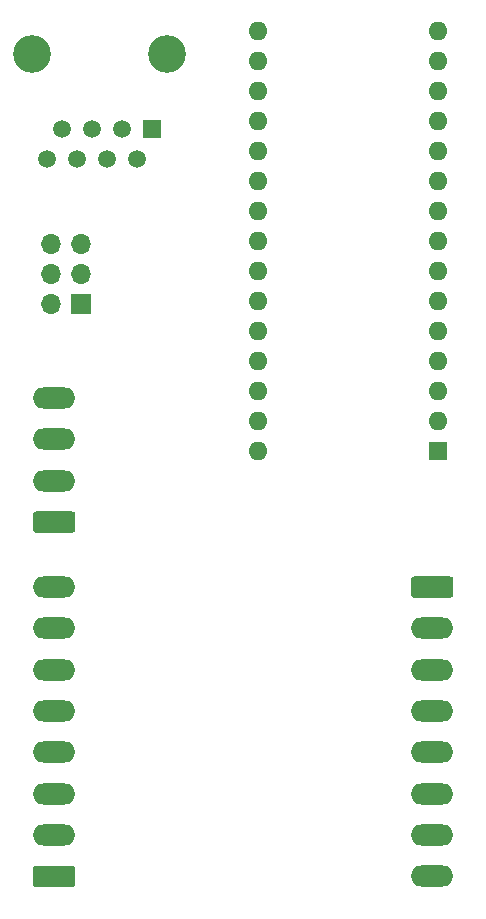
<source format=gbr>
%TF.GenerationSoftware,KiCad,Pcbnew,(5.1.9-0-10_14)*%
%TF.CreationDate,2023-05-28T23:00:20-04:00*%
%TF.ProjectId,LiControl,4c69436f-6e74-4726-9f6c-2e6b69636164,rev?*%
%TF.SameCoordinates,Original*%
%TF.FileFunction,Soldermask,Top*%
%TF.FilePolarity,Negative*%
%FSLAX46Y46*%
G04 Gerber Fmt 4.6, Leading zero omitted, Abs format (unit mm)*
G04 Created by KiCad (PCBNEW (5.1.9-0-10_14)) date 2023-05-28 23:00:20*
%MOMM*%
%LPD*%
G01*
G04 APERTURE LIST*
%ADD10R,1.600000X1.600000*%
%ADD11O,1.600000X1.600000*%
%ADD12C,3.200000*%
%ADD13R,1.500000X1.500000*%
%ADD14C,1.500000*%
%ADD15R,1.700000X1.700000*%
%ADD16O,1.700000X1.700000*%
%ADD17O,3.600000X1.800000*%
G04 APERTURE END LIST*
D10*
%TO.C,A1*%
X122000000Y-108250000D03*
D11*
X106760000Y-75230000D03*
X122000000Y-105710000D03*
X106760000Y-77770000D03*
X122000000Y-103170000D03*
X106760000Y-80310000D03*
X122000000Y-100630000D03*
X106760000Y-82850000D03*
X122000000Y-98090000D03*
X106760000Y-85390000D03*
X122000000Y-95550000D03*
X106760000Y-87930000D03*
X122000000Y-93010000D03*
X106760000Y-90470000D03*
X122000000Y-90470000D03*
X106760000Y-93010000D03*
X122000000Y-87930000D03*
X106760000Y-95550000D03*
X122000000Y-85390000D03*
X106760000Y-98090000D03*
X122000000Y-82850000D03*
X106760000Y-100630000D03*
X122000000Y-80310000D03*
X106760000Y-103170000D03*
X122000000Y-77770000D03*
X106760000Y-105710000D03*
X122000000Y-75230000D03*
X106760000Y-108250000D03*
X122000000Y-72690000D03*
X106760000Y-72690000D03*
%TD*%
D12*
%TO.C,J5*%
X87590000Y-74650000D03*
X99020000Y-74650000D03*
D13*
X97750000Y-81000000D03*
D14*
X96480000Y-83540000D03*
X95210000Y-81000000D03*
X93940000Y-83540000D03*
X92670000Y-81000000D03*
X91400000Y-83540000D03*
X90130000Y-81000000D03*
X88860000Y-83540000D03*
%TD*%
D15*
%TO.C,J6*%
X91750000Y-95750000D03*
D16*
X89210000Y-95750000D03*
X91750000Y-93210000D03*
X89210000Y-93210000D03*
X91750000Y-90670000D03*
X89210000Y-90670000D03*
%TD*%
%TO.C,J1*%
G36*
G01*
X91050000Y-145150000D02*
X87950000Y-145150000D01*
G75*
G02*
X87700000Y-144900000I0J250000D01*
G01*
X87700000Y-143600000D01*
G75*
G02*
X87950000Y-143350000I250000J0D01*
G01*
X91050000Y-143350000D01*
G75*
G02*
X91300000Y-143600000I0J-250000D01*
G01*
X91300000Y-144900000D01*
G75*
G02*
X91050000Y-145150000I-250000J0D01*
G01*
G37*
D17*
X89500000Y-140750000D03*
X89500000Y-137250000D03*
X89500000Y-133750000D03*
X89500000Y-130250000D03*
X89500000Y-126750000D03*
X89500000Y-123250000D03*
X89500000Y-119750000D03*
%TD*%
%TO.C,J4*%
X121500000Y-144250000D03*
X121500000Y-140750000D03*
X121500000Y-137250000D03*
X121500000Y-133750000D03*
X121500000Y-130250000D03*
X121500000Y-126750000D03*
X121500000Y-123250000D03*
G36*
G01*
X119950000Y-118850000D02*
X123050000Y-118850000D01*
G75*
G02*
X123300000Y-119100000I0J-250000D01*
G01*
X123300000Y-120400000D01*
G75*
G02*
X123050000Y-120650000I-250000J0D01*
G01*
X119950000Y-120650000D01*
G75*
G02*
X119700000Y-120400000I0J250000D01*
G01*
X119700000Y-119100000D01*
G75*
G02*
X119950000Y-118850000I250000J0D01*
G01*
G37*
%TD*%
%TO.C,J2*%
G36*
G01*
X91050000Y-115150000D02*
X87950000Y-115150000D01*
G75*
G02*
X87700000Y-114900000I0J250000D01*
G01*
X87700000Y-113600000D01*
G75*
G02*
X87950000Y-113350000I250000J0D01*
G01*
X91050000Y-113350000D01*
G75*
G02*
X91300000Y-113600000I0J-250000D01*
G01*
X91300000Y-114900000D01*
G75*
G02*
X91050000Y-115150000I-250000J0D01*
G01*
G37*
X89500000Y-110750000D03*
X89500000Y-107250000D03*
X89500000Y-103750000D03*
%TD*%
M02*

</source>
